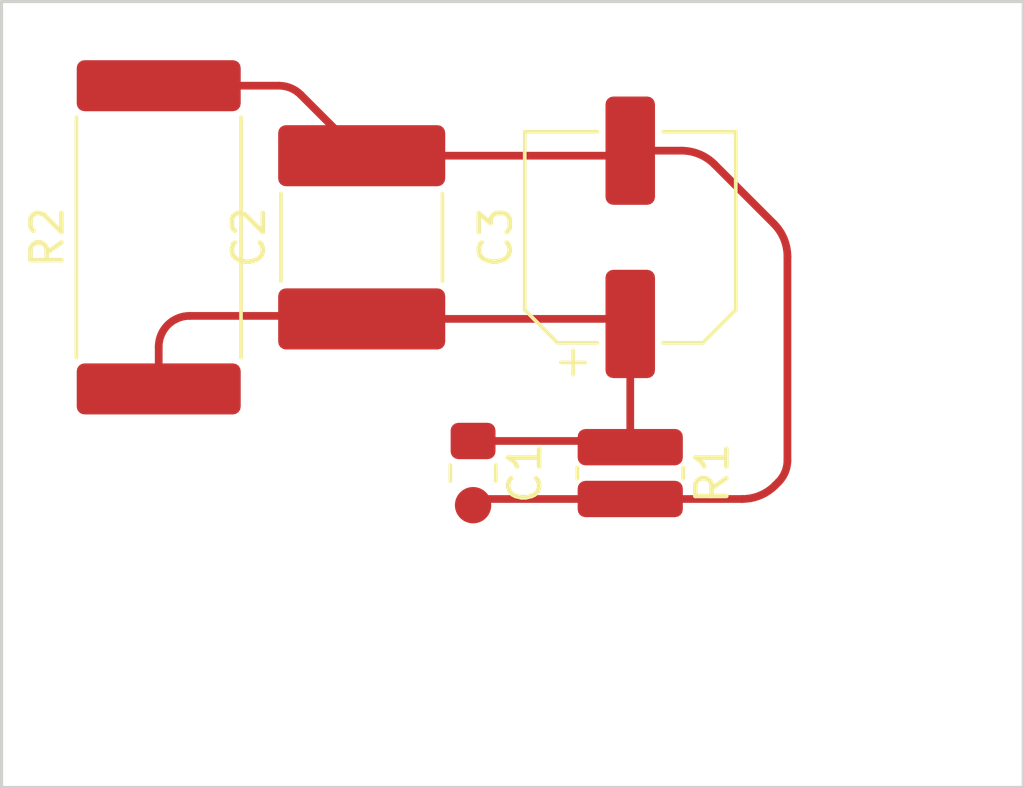
<source format=kicad_pcb>
(kicad_pcb (version 20211014) (generator pcbnew)
  (title_block (date "2022-04-13") (rev "Test PCB - Modified Footprint"))
  (layers (0 "F.Cu" signal) (31 "B.Cu" signal) (34 "B.Paste" user) (35 "F.Paste" user) (36 "B.SilkS" user "B.Silkscreen") (37 "F.SilkS" user "F.Silkscreen") (38 "B.Mask" user) (39 "F.Mask" user) (44 "Edge.Cuts" user))
  (net 0 "")
  (net 1 "Net-(C1-Pad1)")
  (net 2 "Net-(C1-Pad2)")
  (footprint "Capacitor_SMD:C_0805_2012Metric_Pad1.18x1.45mm_HandSolder" (layer "F.Cu") (at 134.62 88.9 -90)
    (fp_text reference "C1" (at 0 -1.68 90) (layer "F.SilkS"))
    (fp_text value "C")
    (fp_line (start -0.261252 0.735) (end 0.261252 0.735) (layer "F.SilkS") (width 0.12))
    (fp_line (start -0.261252 -0.735) (end 0.261252 -0.735) (layer "F.SilkS") (width 0.12))
    (pad "1" smd roundrect (at -1.0375 0 270) (size 1.175 1.45) (layers "F.Cu" "F.Paste" "F.Mask") (roundrect_rratio 0.212766) (net 1 "Net-(C1-Pad1)"))
    (pad "2" smd circle (at 1.0375 0 270) (size 1.175 1.175) (layers "F.Cu" "F.Paste" "F.Mask") (net 2 "Net-(C1-Pad2)"))
  )
  (footprint "Capacitor_SMD:C_2220_5650Metric_Pad1.97x5.40mm_HandSolder" (layer "F.Cu") (at 131.02 81.28 90)
    (fp_text reference "C2" (at 0 -3.65 90) (layer "F.SilkS"))
    (fp_text value "C")
    (fp_line (start -1.415748 -2.61) (end 1.415748 -2.61) (layer "F.SilkS") (width 0.12))
    (fp_line (start -1.415748 2.61) (end 1.415748 2.61) (layer "F.SilkS") (width 0.12))
    (pad "1" smd roundrect (at -2.6375 0 90) (size 1.975 5.4) (layers "F.Cu" "F.Paste" "F.Mask") (roundrect_rratio 0.126582) (net 1 "Net-(C1-Pad1)"))
    (pad "2" smd roundrect (at 2.6375 0 90) (size 1.975 5.4) (layers "F.Cu" "F.Paste" "F.Mask") (roundrect_rratio 0.126582) (net 2 "Net-(C1-Pad2)"))
  )
  (footprint "Resistor_SMD:R_4020_10251Metric_Pad1.65x5.30mm_HandSolder" (layer "F.Cu") (at 124.46 81.28 90)
    (fp_text reference "R2" (at 0 -3.6 90) (layer "F.SilkS"))
    (fp_text value "R_US")
    (fp_line (start -3.886252 2.66) (end 3.886252 2.66) (layer "F.SilkS") (width 0.12))
    (fp_line (start -3.886252 -2.66) (end 3.886252 -2.66) (layer "F.SilkS") (width 0.12))
    (pad "1" smd roundrect (at -4.9 0 90) (size 1.65 5.3) (layers "F.Cu" "F.Paste" "F.Mask") (roundrect_rratio 0.151515) (net 1 "Net-(C1-Pad1)"))
    (pad "2" smd roundrect (at 4.9 0 90) (size 1.65 5.3) (layers "F.Cu" "F.Paste" "F.Mask") (roundrect_rratio 0.151515) (net 2 "Net-(C1-Pad2)"))
  )
  (footprint "Capacitor_SMD:CP_Elec_6.3x5.3" (layer "F.Cu") (at 139.7 81.28 90)
    (fp_text reference "C3" (at 0 -4.35 90) (layer "F.SilkS"))
    (fp_text value "C_Polarized")
    (fp_line (start -2.345563 3.41) (end 3.41 3.41) (layer "F.SilkS") (width 0.12))
    (fp_line (start -4.04375 -2.24125) (end -4.04375 -1.45375) (layer "F.SilkS") (width 0.12))
    (fp_line (start -3.41 2.345563) (end -2.345563 3.41) (layer "F.SilkS") (width 0.12))
    (fp_line (start -3.41 2.345563) (end -3.41 1.06) (layer "F.SilkS") (width 0.12))
    (fp_line (start -2.345563 -3.41) (end 3.41 -3.41) (layer "F.SilkS") (width 0.12))
    (fp_line (start 3.41 3.41) (end 3.41 1.06) (layer "F.SilkS") (width 0.12))
    (fp_line (start 3.41 -3.41) (end 3.41 -1.06) (layer "F.SilkS") (width 0.12))
    (fp_line (start -3.41 -2.345563) (end -3.41 -1.06) (layer "F.SilkS") (width 0.12))
    (fp_line (start -4.4375 -1.8475) (end -3.65 -1.8475) (layer "F.SilkS") (width 0.12))
    (fp_line (start -3.41 -2.345563) (end -2.345563 -3.41) (layer "F.SilkS") (width 0.12))
    (pad "1" smd roundrect (at -2.8 0 90) (size 3.5 1.6) (layers "F.Cu" "F.Paste" "F.Mask") (roundrect_rratio 0.15625) (net 1 "Net-(C1-Pad1)"))
    (pad "2" smd roundrect (at 2.8 0 90) (size 3.5 1.6) (layers "F.Cu" "F.Paste" "F.Mask") (roundrect_rratio 0.15625) (net 2 "Net-(C1-Pad2)"))
  )
  (footprint "Resistor_SMD:R_0612_1632Metric_Pad1.18x3.40mm_HandSolder" (layer "F.Cu") (at 139.7 88.9 -90)
    (fp_text reference "R1" (at 0 -2.65 90) (layer "F.SilkS"))
    (fp_text value "R")
    (fp_line (start -0.182983 1.71) (end 0.182983 1.71) (layer "F.SilkS") (width 0.12))
    (fp_line (start -0.182983 -1.71) (end 0.182983 -1.71) (layer "F.SilkS") (width 0.12))
    (pad "1" smd roundrect (at -0.8375 0 270) (size 1.175 3.4) (layers "F.Cu" "F.Paste" "F.Mask") (roundrect_rratio 0.212766) (net 1 "Net-(C1-Pad1)"))
    (pad "2" smd roundrect (at 0.8375 0 270) (size 1.175 3.4) (layers "F.Cu" "F.Paste" "F.Mask") (roundrect_rratio 0.212766) (net 2 "Net-(C1-Pad2)"))
  )
  (gr_line (start 119.38 99.06) (end 152.4 99.06) (layer "Edge.Cuts") (width 0.1))
  (gr_line (start 152.4 73.66) (end 149.86 73.66) (layer "Edge.Cuts") (width 0.1))
  (gr_line (start 152.4 99.06) (end 152.4 73.66) (layer "Edge.Cuts") (width 0.1))
  (gr_line (start 119.38 73.66) (end 119.38 99.06) (layer "Edge.Cuts") (width 0.1))
  (gr_line (start 149.86 73.66) (end 119.38 73.66) (layer "Edge.Cuts") (width 0.1))
  (segment (start 124.46 86.18) (end 124.46 84.82) (width 0.25) (layer "F.Cu") (net 1))
  (segment (start 130.9225 83.82) (end 131.02 83.9175) (width 0.25) (layer "F.Cu") (net 1))
  (segment (start 125.46 83.82) (end 130.9225 83.82) (width 0.25) (layer "F.Cu") (net 1))
  (segment (start 139.5375 83.9175) (end 139.7 84.08) (width 0.25) (layer "F.Cu") (net 1))
  (segment (start 131.02 83.9175) (end 139.5375 83.9175) (width 0.25) (layer "F.Cu") (net 1))
  (segment (start 139.7 88.0625) (end 139.7 84.08) (width 0.25) (layer "F.Cu") (net 1))
  (segment (start 139.7 88.0625) (end 139.5 87.8625) (width 0.25) (layer "F.Cu") (net 1))
  (segment (start 139.5 87.8625) (end 134.62 87.8625) (width 0.25) (layer "F.Cu") (net 1))
  (arc (start 125.46 83.82) (mid 124.752893 84.112893) (end 124.46 84.82) (width 0.25) (layer "F.Cu") (net 1))
  (segment (start 124.46 76.38) (end 128.343286 76.38) (width 0.25) (layer "F.Cu") (net 2))
  (segment (start 129.050393 76.672893) (end 131.02 78.6425) (width 0.25) (layer "F.Cu") (net 2))
  (segment (start 142.41934 78.91934) (end 144.34066 80.84066) (width 0.25) (layer "F.Cu") (net 2))
  (segment (start 131.02 78.6425) (end 139.5375 78.6425) (width 0.25) (layer "F.Cu") (net 2))
  (segment (start 139.5375 78.6425) (end 139.7 78.48) (width 0.25) (layer "F.Cu") (net 2))
  (segment (start 144.487107 89.192893) (end 144.38184 89.29816) (width 0.25) (layer "F.Cu") (net 2))
  (segment (start 144.78 81.90132) (end 144.78 88.485786) (width 0.25) (layer "F.Cu") (net 2))
  (segment (start 139.7 78.48) (end 141.35868 78.48) (width 0.25) (layer "F.Cu") (net 2))
  (segment (start 143.32118 89.7375) (end 139.7 89.7375) (width 0.25) (layer "F.Cu") (net 2))
  (segment (start 139.7 89.7375) (end 134.82 89.7375) (width 0.25) (layer "F.Cu") (net 2))
  (segment (start 134.82 89.7375) (end 134.62 89.9375) (width 0.25) (layer "F.Cu") (net 2))
  (arc (start 143.32118 89.7375) (mid 143.895205 89.623319) (end 144.38184 89.29816) (width 0.25) (layer "F.Cu") (net 2))
  (arc (start 128.343286 76.38) (mid 128.725969 76.45612) (end 129.050393 76.672893) (width 0.25) (layer "F.Cu") (net 2))
  (arc (start 144.78 81.90132) (mid 144.665819 81.327295) (end 144.34066 80.84066) (width 0.25) (layer "F.Cu") (net 2))
  (arc (start 142.41934 78.91934) (mid 141.932705 78.594181) (end 141.35868 78.48) (width 0.25) (layer "F.Cu") (net 2))
  (arc (start 144.78 88.485786) (mid 144.70388 88.868469) (end 144.487107 89.192893) (width 0.25) (layer "F.Cu") (net 2))
)
</source>
